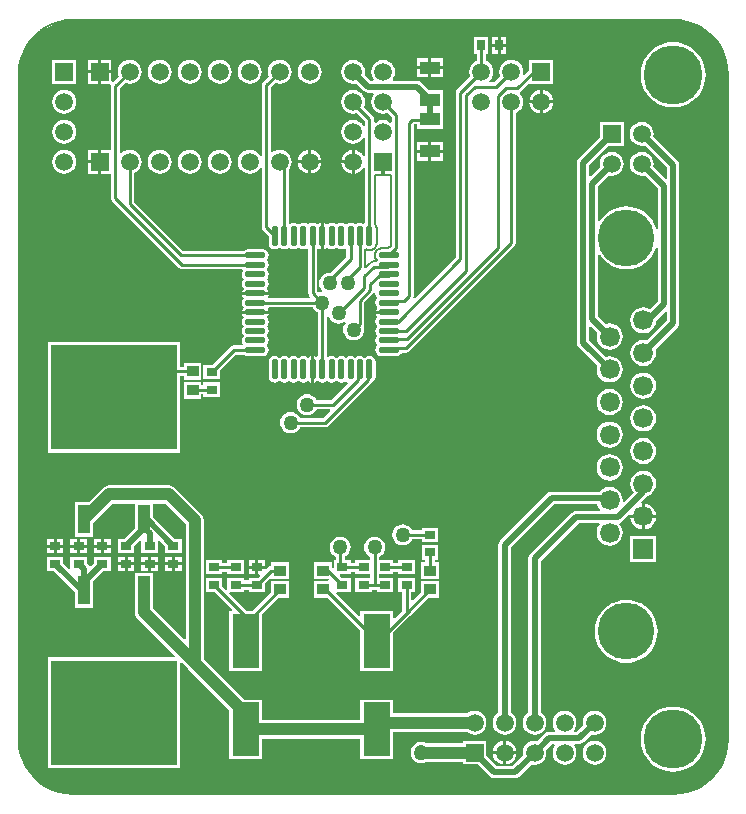
<source format=gtl>
%FSDAX24Y24*%
%MOIN*%
%SFA1B1*%

%IPPOS*%
%ADD10R,0.027600X0.035400*%
%ADD11R,0.035400X0.027600*%
%ADD12R,0.066900X0.043300*%
%ADD13R,0.090600X0.179100*%
%ADD14R,0.041300X0.094500*%
%ADD15R,0.419300X0.350400*%
%ADD16R,0.039400X0.037400*%
%ADD17O,0.068900X0.021700*%
%ADD18O,0.021700X0.068900*%
%ADD19C,0.020000*%
%ADD20C,0.010000*%
%ADD21C,0.040000*%
%ADD22C,0.059100*%
%ADD23R,0.059100X0.059100*%
%ADD24R,0.059100X0.059100*%
%ADD25C,0.189000*%
%ADD26C,0.066500*%
%ADD27R,0.066500X0.066500*%
%ADD28C,0.050000*%
%ADD29C,0.196900*%
%ADD33C,0.005000*%
%ADD53C,0.080000*%
%ADD54C,0.160000*%
%ADD55C,0.320000*%
%LNmetr4810_pcb_b_layout-1*%
%LPD*%
G54D33*
X000237Y023958D02*
X000472Y023911D01*
X000698Y023834*
X000911Y023729*
X001110Y023597*
X001289Y023439*
X001447Y023260*
X001579Y023061*
X001684Y022848*
X001761Y022622*
X001808Y022387*
X001822Y022157*
X001822Y022151*
Y-000001*
X001822Y-000007*
X001808Y-000237*
X001761Y-000472*
X001684Y-000698*
X001579Y-000911*
X001447Y-001110*
X001289Y-001289*
X001110Y-001447*
X000911Y-001579*
X000698Y-001684*
X000472Y-001761*
X000237Y-001808*
X000007Y-001822*
X000001Y-001822*
X-020001*
X-020007Y-001822*
X-020237Y-001808*
X-020472Y-001761*
X-020698Y-001684*
X-020911Y-001579*
X-021110Y-001447*
X-021289Y-001289*
X-021447Y-001110*
X-021579Y-000911*
X-021684Y-000698*
X-021761Y-000472*
X-021808Y-000237*
X-021822Y-000007*
X-021822Y-000001*
Y022151*
X-021822Y022157*
X-021808Y022387*
X-021761Y022622*
X-021684Y022848*
X-021579Y023061*
X-021447Y023260*
X-021289Y023439*
X-021110Y023597*
X-020911Y023729*
X-020698Y023834*
X-020472Y023911*
X-020237Y023958*
X-020007Y023972*
X-020001Y023972*
X000001*
X000007Y023972*
X000237Y023958*
G54D20*
X000231Y023908D02*
X000459Y023863D01*
X000679Y023788*
X000886Y023685*
X001080Y023557*
X001253Y023403*
X001407Y023230*
X001535Y023036*
X001638Y022829*
X001713Y022609*
X001758Y022381*
X001772Y022159*
X001772Y022155*
Y-000005*
X001772Y-000009*
X001758Y-000231*
X001713Y-000459*
X001638Y-000679*
X001535Y-000886*
X001407Y-001080*
X001253Y-001253*
X001080Y-001407*
X000886Y-001535*
X000679Y-001638*
X000459Y-001713*
X000231Y-001758*
X000009Y-001772*
X000005Y-001772*
X-020005*
X-020009Y-001772*
X-020231Y-001758*
X-020459Y-001713*
X-020679Y-001638*
X-020886Y-001535*
X-021080Y-001407*
X-021253Y-001253*
X-021407Y-001080*
X-021535Y-000886*
X-021638Y-000679*
X-021713Y-000459*
X-021758Y-000231*
X-021772Y-000009*
X-021772Y-000005*
Y022155*
X-021772Y022159*
X-021758Y022381*
X-021713Y022609*
X-021638Y022829*
X-021535Y023036*
X-021407Y023230*
X-021253Y023403*
X-021080Y023557*
X-020886Y023685*
X-020679Y023788*
X-020459Y023863*
X-020231Y023908*
X-020009Y023922*
X-020005Y023922*
X000005*
X000009Y023922*
X000231Y023908*
G54D19*
X000218Y023809D02*
X000433Y023766D01*
X000640Y023696*
X000836Y023599*
X001019Y023477*
X001183Y023333*
X001327Y023169*
X001449Y022986*
X001546Y022790*
X001616Y022583*
X001659Y022368*
X001672Y022163*
X001672Y022162*
Y-000012*
X001672Y-000013*
X001659Y-000218*
X001616Y-000433*
X001546Y-000640*
X001449Y-000836*
X001327Y-001019*
X001183Y-001183*
X001019Y-001327*
X000836Y-001449*
X000640Y-001546*
X000433Y-001616*
X000218Y-001659*
X000013Y-001672*
X000012Y-001672*
X-020012*
X-020013Y-001672*
X-020218Y-001659*
X-020433Y-001616*
X-020640Y-001546*
X-020836Y-001449*
X-021019Y-001327*
X-021183Y-001183*
X-021327Y-001019*
X-021449Y-000836*
X-021546Y-000640*
X-021616Y-000433*
X-021659Y-000218*
X-021672Y-000013*
X-021672Y-000012*
Y022162*
X-021672Y022163*
X-021659Y022368*
X-021616Y022583*
X-021546Y022790*
X-021449Y022986*
X-021327Y023169*
X-021183Y023333*
X-021019Y023477*
X-020836Y023599*
X-020640Y023696*
X-020433Y023766*
X-020218Y023809*
X-020013Y023822*
X-020012Y023822*
X000012*
X000013Y023822*
X000218Y023809*
G54D21*
X000192Y023610D02*
X000381Y023572D01*
X000563Y023510*
X000736Y023425*
X000897Y023318*
X001041Y023191*
X001168Y023047*
X001275Y022886*
X001360Y022713*
X001422Y022531*
X001460Y022342*
X001471Y022170*
X001472Y022175*
Y-000025*
X001471Y-000020*
X001460Y-000192*
X001422Y-000381*
X001360Y-000563*
X001275Y-000736*
X001168Y-000897*
X001041Y-001041*
X000897Y-001168*
X000736Y-001275*
X000563Y-001360*
X000381Y-001422*
X000192Y-001460*
X000020Y-001471*
X000025Y-001472*
X-020025*
X-020020Y-001471*
X-020192Y-001460*
X-020381Y-001422*
X-020563Y-001360*
X-020736Y-001275*
X-020897Y-001168*
X-021041Y-001041*
X-021168Y-000897*
X-021275Y-000736*
X-021360Y-000563*
X-021422Y-000381*
X-021460Y-000192*
X-021471Y-000020*
X-021472Y-000025*
Y022175*
X-021471Y022170*
X-021460Y022342*
X-021422Y022531*
X-021360Y022713*
X-021275Y022886*
X-021168Y023047*
X-021041Y023191*
X-020897Y023318*
X-020736Y023425*
X-020563Y023510*
X-020381Y023572*
X-020192Y023610*
X-020020Y023621*
X-020025Y023622*
X000025*
X000020Y023621*
X000192Y023610*
G54D53*
X000140Y023212D02*
X000278Y023185D01*
X000409Y023140*
X000536Y023078*
X000652Y023000*
X000757Y022907*
X000850Y022802*
X000928Y022686*
X000990Y022559*
X001035Y022428*
X001062Y022290*
X001327Y018161*
X001072Y016289*
Y005860*
X001327Y003988*
X001062Y-000140*
X001035Y-000278*
X000990Y-000409*
X000928Y-000536*
X000850Y-000652*
X000757Y-000757*
X000652Y-000850*
X000536Y-000928*
X000409Y-000990*
X000278Y-001035*
X000140Y-001062*
X-003988Y-001327*
X-005860Y-001072*
X-014139*
X-016011Y-001327*
X-020140Y-001062*
X-020278Y-001035*
X-020409Y-000990*
X-020536Y-000928*
X-020652Y-000850*
X-020757Y-000757*
X-020850Y-000652*
X-020928Y-000536*
X-020990Y-000409*
X-021035Y-000278*
X-021062Y-000140*
X-021327Y003988*
X-021072Y005860*
Y016289*
X-021327Y018161*
X-021062Y022290*
X-021035Y022428*
X-020990Y022559*
X-020928Y022686*
X-020850Y022802*
X-020757Y022907*
X-020652Y023000*
X-020536Y023078*
X-020409Y023140*
X-020278Y023185*
X-020140Y023212*
X-016011Y023477*
X-014139Y023222*
X-005860*
X-003988Y023477*
X000140Y023212*
G54D54*
X000037Y022417D02*
X000070Y022411D01*
X000101Y022400*
X000135Y022383*
X000164Y022364*
X000191Y022341*
X000214Y022314*
X000233Y022285*
X000250Y022251*
X000261Y022220*
X000267Y022187*
X000524Y018190*
X000271Y016344*
X000272Y005805*
X000524Y003959*
X000267Y-000037*
X000261Y-000070*
X000250Y-000101*
X000233Y-000135*
X000214Y-000164*
X000191Y-000191*
X000164Y-000214*
X000135Y-000233*
X000101Y-000250*
X000070Y-000261*
X000037Y-000267*
X-003959Y-000524*
X-005805Y-000272*
X-014194*
X-016040Y-000524*
X-020037Y-000267*
X-020070Y-000261*
X-020101Y-000250*
X-020135Y-000233*
X-020164Y-000214*
X-020191Y-000191*
X-020214Y-000164*
X-020233Y-000135*
X-020250Y-000101*
X-020261Y-000070*
X-020267Y-000037*
X-020524Y003959*
X-020272Y005805*
Y016344*
X-020524Y018190*
X-020267Y022187*
X-020261Y022220*
X-020250Y022251*
X-020233Y022285*
X-020214Y022314*
X-020191Y022341*
X-020164Y022364*
X-020135Y022383*
X-020101Y022400*
X-020070Y022411*
X-020037Y022417*
X-016040Y022674*
X-014194Y022422*
X-005805*
X-003959Y022674*
X000037Y022417*
G54D55*
X-000169Y020827D02*
X-000344Y020862D01*
X-000513Y020920*
X-000664Y020994*
X-000812Y021092*
X-000942Y021207*
X-001057Y021337*
X-001155Y021485*
X-001229Y021636*
X-001287Y021805*
X-001322Y021980*
X-001082Y018247*
X-001328Y016452*
X-001327Y005697*
X-001082Y003902*
X-001322Y000169*
X-001287Y000344*
X-001229Y000513*
X-001155Y000664*
X-001057Y000812*
X-000942Y000942*
X-000812Y001057*
X-000664Y001155*
X-000513Y001229*
X-000344Y001287*
X-000169Y001322*
X-003902Y001082*
X-005697Y001328*
X-014302*
X-016097Y001082*
X-019830Y001322*
X-019655Y001287*
X-019486Y001229*
X-019335Y001155*
X-019187Y001057*
X-019057Y000942*
X-018942Y000812*
X-018844Y000664*
X-018770Y000513*
X-018712Y000344*
X-018677Y000169*
X-018917Y003902*
X-018672Y005697*
Y016452*
X-018917Y018247*
X-018677Y021980*
X-018712Y021805*
X-018770Y021636*
X-018844Y021485*
X-018942Y021337*
X-019057Y021207*
X-019187Y021092*
X-019335Y020994*
X-019486Y020920*
X-019655Y020862*
X-019830Y020827*
X-016097Y021067*
X-014302Y020822*
X-005697*
X-003902Y021067*
X-000169Y020827*
X-018170Y001840D02*
Y020230D01*
X-014970Y001840D02*
Y020230D01*
X-011770Y001840D02*
Y020230D01*
X-008570Y001840D02*
Y020230D01*
X-005370Y001840D02*
Y020230D01*
X-002170Y001840D02*
Y020230D01*
G54D33*
X-009696Y018773D02*
X-009451D01*
Y016472*
X-009511Y016412*
X-009719*
X-009822Y016391*
X-009916Y016329*
X-009978Y016235*
X-010000Y016125*
X-009978Y016014*
X-009947Y015967*
X-009938Y015981*
X-009987*
X-010067Y015964*
X-010135Y015919*
X-010259Y015795*
X-010205Y015768*
X-010212Y015741*
Y016291*
X-010241Y016275*
X-010235Y016271*
X-010125Y016249*
X-010014Y016271*
X-009920Y016333*
X-009858Y016427*
X-009838Y016530*
Y017018*
X-009858Y017121*
X-009897Y017179*
Y018773*
X-009643*
Y019168*
X-009668Y019193*
X-009696Y018773*
X-010240Y015760D02*
Y016320D01*
X-010190Y015810D02*
Y016310D01*
X-010140Y015860D02*
Y016300D01*
X-010090Y015900D02*
Y016300D01*
X-010040Y015940D02*
Y016310D01*
X-009990Y015940D02*
Y016340D01*
X-009940Y015940D02*
Y016070D01*
Y016190D02*
Y016400D01*
Y017160D02*
Y018810D01*
X-009890Y016290D02*
Y018810D01*
X-009840Y016330D02*
Y018810D01*
X-009790Y016360D02*
Y018810D01*
X-009740Y016370D02*
Y018810D01*
X-009690Y016370D02*
Y019220D01*
X-009640Y016370D02*
Y018810D01*
X-009590Y016370D02*
Y018810D01*
X-009540Y016370D02*
Y018810D01*
X-009490Y016380D02*
Y018810D01*
X-009440Y016430D02*
Y018810D01*
%LNmetr4810_pcb_b_layout-2*%
%LPC*%
G36*
X-019536Y006389D02*
X-019763D01*
Y006201*
X-019536*
Y006389*
G37*
G36*
X-019863D02*
X-020090D01*
Y006201*
X-019863*
Y006389*
G37*
G36*
X-020323D02*
X-020550D01*
Y006201*
X-020323*
Y006389*
G37*
G36*
X-019863Y006676D02*
X-020090D01*
Y006489*
X-019863*
Y006676*
G37*
G36*
X-018748Y006389D02*
X-018975D01*
Y006201*
X-018748*
Y006389*
G37*
G36*
X-019075D02*
X-019302D01*
Y006201*
X-019075*
Y006389*
G37*
G36*
X-016713Y006086D02*
X-016940D01*
Y005898*
X-016713*
Y006086*
G37*
G36*
X-017173D02*
X-017400D01*
Y005898*
X-017173*
Y006086*
G37*
G36*
X-017500D02*
X-017728D01*
Y005898*
X-017500*
Y006086*
G37*
G36*
X-020650Y006389D02*
X-020877D01*
Y006201*
X-020650*
Y006389*
G37*
G36*
X-000568Y006766D02*
X-001433D01*
Y005900*
X-000568*
Y006766*
G37*
G36*
X-016386Y006086D02*
X-016613D01*
Y005898*
X-016386*
Y006086*
G37*
G36*
X-019075Y006676D02*
X-019302D01*
Y006489*
X-019075*
Y006676*
G37*
G36*
X-001001Y008951D02*
X-001114Y008936D01*
X-001219Y008892*
X-001309Y008823*
X-001379Y008732*
X-001422Y008627*
X-001437Y008514*
X-001422Y008401*
X-001379Y008296*
X-001320Y008219*
X-001642Y007897*
X-001689Y007920*
X-001682Y007969*
X-001697Y008082*
X-001741Y008187*
X-001810Y008277*
X-001901Y008347*
X-002006Y008390*
X-002119Y008405*
X-002232Y008390*
X-002337Y008347*
X-002427Y008277*
X-002446Y008254*
X-004050*
X-004128Y008238*
X-004194Y008194*
X-005766Y006623*
X-005810Y006556*
X-005825Y006478*
Y000897*
X-005903Y000837*
X-005967Y000754*
X-006007Y000658*
X-006020Y000555*
X-006007Y000452*
X-005967Y000356*
X-005903Y000273*
X-005821Y000210*
X-005725Y000170*
X-005622Y000156*
X-005518Y000170*
X-005422Y000210*
X-005340Y000273*
X-005276Y000356*
X-005236Y000452*
X-005223Y000555*
X-005236Y000658*
X-005276Y000754*
X-005340Y000837*
X-005418Y000897*
Y006394*
X-003966Y007846*
X-002536*
X-002497Y007751*
X-002431Y007665*
X-002439Y007627*
X-002443Y007615*
X-003239*
X-003317Y007599*
X-003383Y007555*
X-004766Y006173*
X-004810Y006106*
X-004825Y006028*
Y000897*
X-004903Y000837*
X-004967Y000754*
X-005007Y000658*
X-005020Y000555*
X-005007Y000452*
X-004967Y000356*
X-004903Y000273*
X-004821Y000210*
X-004725Y000170*
X-004622Y000156*
X-004518Y000170*
X-004422Y000210*
X-004340Y000273*
X-004276Y000356*
X-004236Y000452*
X-004223Y000555*
X-004236Y000658*
X-004276Y000754*
X-004340Y000837*
X-004418Y000897*
Y005944*
X-003155Y007207*
X-002475*
X-002450Y007157*
X-002497Y007097*
X-002540Y006991*
X-002555Y006878*
X-002540Y006765*
X-002497Y006660*
X-002427Y006570*
X-002337Y006500*
X-002232Y006457*
X-002119Y006442*
X-002006Y006457*
X-001901Y006500*
X-001810Y006570*
X-001741Y006660*
X-001697Y006765*
X-001682Y006878*
X-001697Y006991*
X-001741Y007097*
X-001794Y007165*
X-001775Y007220*
X-001761Y007223*
X-001695Y007267*
X-001480Y007482*
X-001464Y007474*
X-001051*
Y007887*
X-001059Y007903*
X-000857Y008105*
X-000856Y008106*
X-000783Y008136*
X-000692Y008206*
X-000623Y008296*
X-000579Y008401*
X-000564Y008514*
X-000579Y008627*
X-000623Y008732*
X-000692Y008823*
X-000783Y008892*
X-000888Y008936*
X-001001Y008951*
G37*
G36*
X-000951Y007853D02*
Y007474D01*
X-000571*
X-000579Y007537*
X-000623Y007642*
X-000692Y007732*
X-000783Y007802*
X-000888Y007845*
X-000951Y007853*
G37*
G36*
X-000571Y007374D02*
X-000951D01*
Y006994*
X-000888Y007002*
X-000783Y007046*
X-000692Y007115*
X-000623Y007205*
X-000579Y007311*
X-000571Y007374*
G37*
G36*
X-002119Y010586D02*
X-002232Y010572D01*
X-002337Y010528*
X-002427Y010459*
X-002497Y010368*
X-002540Y010263*
X-002555Y010150*
X-002540Y010037*
X-002497Y009932*
X-002427Y009841*
X-002337Y009772*
X-002232Y009728*
X-002119Y009714*
X-002006Y009728*
X-001901Y009772*
X-001810Y009841*
X-001741Y009932*
X-001697Y010037*
X-001682Y010150*
X-001697Y010263*
X-001741Y010368*
X-001810Y010459*
X-001901Y010528*
X-002006Y010572*
X-002119Y010586*
G37*
G36*
X-001001Y010041D02*
X-001114Y010026D01*
X-001219Y009983*
X-001309Y009913*
X-001379Y009823*
X-001422Y009718*
X-001437Y009605*
X-001422Y009492*
X-001379Y009387*
X-001309Y009296*
X-001219Y009227*
X-001114Y009183*
X-001001Y009168*
X-000888Y009183*
X-000783Y009227*
X-000692Y009296*
X-000623Y009387*
X-000579Y009492*
X-000564Y009605*
X-000579Y009718*
X-000623Y009823*
X-000692Y009913*
X-000783Y009983*
X-000888Y010026*
X-001001Y010041*
G37*
G36*
X-002119Y009496D02*
X-002232Y009481D01*
X-002337Y009437*
X-002427Y009368*
X-002497Y009278*
X-002540Y009172*
X-002555Y009059*
X-002540Y008946*
X-002497Y008841*
X-002427Y008751*
X-002337Y008682*
X-002232Y008638*
X-002119Y008623*
X-002006Y008638*
X-001901Y008682*
X-001810Y008751*
X-001741Y008841*
X-001697Y008946*
X-001682Y009059*
X-001697Y009172*
X-001741Y009278*
X-001810Y009368*
X-001901Y009437*
X-002006Y009481*
X-002119Y009496*
G37*
G36*
X-018748Y006676D02*
X-018975D01*
Y006489*
X-018748*
Y006676*
G37*
G36*
X-020323D02*
X-020550D01*
Y006489*
X-020323*
Y006676*
G37*
G36*
X-020650D02*
X-020877D01*
Y006489*
X-020650*
Y006676*
G37*
G36*
X-001051Y007374D02*
X-001431D01*
X-001422Y007311*
X-001379Y007205*
X-001309Y007115*
X-001219Y007046*
X-001114Y007002*
X-001051Y006994*
Y007374*
G37*
G36*
X-009014Y007167D02*
X-009106Y007155D01*
X-009191Y007120*
X-009264Y007064*
X-009320Y006991*
X-009355Y006906*
X-009367Y006814*
X-009355Y006723*
X-009320Y006638*
X-009264Y006565*
X-009191Y006509*
X-009106Y006473*
X-009014Y006461*
X-008923Y006473*
X-008838Y006509*
X-008765Y006565*
X-008709Y006638*
X-008699Y006661*
X-008377*
Y006577*
X-007823*
Y007052*
X-008377*
Y006967*
X-008699*
X-008709Y006991*
X-008765Y007064*
X-008838Y007120*
X-008923Y007155*
X-009014Y007167*
G37*
G36*
X-019536Y006676D02*
X-019763D01*
Y006489*
X-019536*
Y006676*
G37*
G36*
X-016808Y008460D02*
X-018800D01*
X-018878Y008450*
X-018951Y008420*
X-019014Y008372*
X-019487Y007899*
X-019938*
Y006754*
X-019325*
Y007205*
X-018675Y007855*
X-017938*
Y007027*
X-018288Y006676*
X-018515*
Y006201*
X-017961*
Y006427*
X-017774Y006614*
X-017728Y006595*
Y006201*
X-017173*
Y006595*
X-017127Y006614*
X-016940Y006427*
Y006201*
X-016386*
Y006676*
X-016612*
X-017325Y007389*
Y007855*
X-016933*
X-016253Y007175*
Y003346*
X-016299Y003327*
X-017315Y004342*
X-017325Y004388*
Y005533*
X-017938*
Y004388*
X-017934*
Y004232*
X-017924Y004153*
X-017894Y004080*
X-017846Y004018*
X-016612Y002784*
X-016631Y002738*
X-020828*
Y-000966*
X-016435*
Y002542*
X-016389Y002561*
X-016164Y002336*
X-014803Y000975*
Y-000671*
X-013697*
Y000022*
X-010431*
Y-000671*
X-009326*
Y000253*
X-006877*
X-006821Y000210*
X-006725Y000170*
X-006622Y000156*
X-006518Y000170*
X-006422Y000210*
X-006340Y000273*
X-006276Y000356*
X-006236Y000452*
X-006223Y000555*
X-006236Y000658*
X-006276Y000754*
X-006340Y000837*
X-006422Y000900*
X-006518Y000940*
X-006622Y000954*
X-006725Y000940*
X-006821Y000900*
X-006877Y000858*
X-009326*
Y001320*
X-010431*
Y000627*
X-013697*
Y001320*
X-014293*
X-015647Y002675*
Y007300*
X-015658Y007378*
X-015688Y007451*
X-015736Y007514*
X-016594Y008372*
X-016656Y008420*
X-016729Y008450*
X-016808Y008460*
G37*
G36*
X-001560Y004639D02*
X-001724Y004626D01*
X-001884Y004588*
X-002036Y004525*
X-002176Y004439*
X-002301Y004332*
X-002408Y004207*
X-002494Y004067*
X-002557Y003915*
X-002595Y003755*
X-002608Y003591*
X-002595Y003427*
X-002557Y003267*
X-002494Y003115*
X-002408Y002975*
X-002301Y002850*
X-002176Y002743*
X-002036Y002657*
X-001884Y002594*
X-001724Y002556*
X-001560Y002543*
X-001396Y002556*
X-001236Y002594*
X-001084Y002657*
X-000944Y002743*
X-000819Y002850*
X-000712Y002975*
X-000626Y003115*
X-000563Y003267*
X-000525Y003427*
X-000512Y003591*
X-000525Y003755*
X-000563Y003915*
X-000626Y004067*
X-000712Y004207*
X-000819Y004332*
X-000944Y004439*
X-001084Y004525*
X-001236Y004588*
X-001396Y004626*
X-001560Y004639*
G37*
G36*
X-002622Y000954D02*
X-002725Y000940D01*
X-002821Y000900*
X-002903Y000837*
X-002967Y000754*
X-003007Y000658*
X-003020Y000555*
X-003007Y000458*
X-003211Y000254*
X-003291*
X-003316Y000304*
X-003276Y000356*
X-003236Y000452*
X-003223Y000555*
X-003236Y000658*
X-003276Y000754*
X-003340Y000837*
X-003422Y000900*
X-003518Y000940*
X-003622Y000954*
X-003725Y000940*
X-003821Y000900*
X-003903Y000837*
X-003967Y000754*
X-004007Y000658*
X-004020Y000555*
X-004007Y000452*
X-003967Y000356*
X-003927Y000304*
X-003952Y000254*
X-004126*
X-004204Y000239*
X-004270Y000195*
X-004524Y-000059*
X-004622Y-000046*
X-004725Y-000060*
X-004821Y-000100*
X-004903Y-000163*
X-004967Y-000246*
X-005007Y-000342*
X-005020Y-000445*
X-005007Y-000542*
X-005361Y-000896*
X-005882*
X-006226Y-000552*
Y-000050*
X-007017*
Y-000142*
X-008219*
X-008223Y-000139*
X-008309Y-000104*
X-008400Y-000092*
X-008491Y-000104*
X-008577Y-000139*
X-008650Y-000195*
X-008706Y-000268*
X-008741Y-000354*
X-008753Y-000445*
X-008741Y-000536*
X-008706Y-000621*
X-008650Y-000695*
X-008577Y-000751*
X-008491Y-000786*
X-008400Y-000798*
X-008309Y-000786*
X-008223Y-000751*
X-008219Y-000747*
X-007017*
Y-000840*
X-006515*
X-006111Y-001244*
X-006044Y-001288*
X-005966Y-001304*
X-005277*
X-005199Y-001288*
X-005132Y-001244*
X-004719Y-000831*
X-004622Y-000844*
X-004518Y-000830*
X-004422Y-000790*
X-004340Y-000727*
X-004276Y-000644*
X-004236Y-000548*
X-004223Y-000445*
X-004236Y-000347*
X-004042Y-000154*
X-003959*
X-003935Y-000204*
X-003967Y-000246*
X-004007Y-000342*
X-004020Y-000445*
X-004007Y-000548*
X-003967Y-000644*
X-003903Y-000727*
X-003821Y-000790*
X-003725Y-000830*
X-003622Y-000844*
X-003518Y-000830*
X-003422Y-000790*
X-003340Y-000727*
X-003276Y-000644*
X-003236Y-000548*
X-003223Y-000445*
X-003236Y-000342*
X-003276Y-000246*
X-003309Y-000204*
X-003284Y-000154*
X-003126*
X-003048Y-000138*
X-002982Y-000094*
X-002719Y000169*
X-002622Y000156*
X-002518Y000170*
X-002422Y000210*
X-002340Y000273*
X-002276Y000356*
X-002236Y000452*
X-002223Y000555*
X-002236Y000658*
X-002276Y000754*
X-002340Y000837*
X-002422Y000900*
X-002518Y000940*
X-002622Y000954*
G37*
G36*
X-013925Y005680D02*
X-014152D01*
Y005492*
X-013925*
Y005680*
G37*
G36*
X-015023Y005968D02*
X-015577D01*
Y005492*
X-015023*
Y005577*
X-014865*
Y005492*
X-014310*
Y005968*
X-014865*
Y005883*
X-015023*
Y005968*
G37*
G36*
X-007823Y006462D02*
X-008377D01*
Y005986*
X-008260*
Y005909*
X-008404*
Y005335*
X-007810*
Y005909*
X-007954*
Y005986*
X-007823*
Y006462*
G37*
G36*
X-005672Y-000495D02*
X-006014D01*
X-006007Y-000548*
X-005967Y-000644*
X-005903Y-000727*
X-005821Y-000790*
X-005725Y-000830*
X-005672Y-000837*
Y-000495*
G37*
G36*
X-002622Y-000046D02*
X-002725Y-000060D01*
X-002821Y-000100*
X-002903Y-000163*
X-002967Y-000246*
X-003007Y-000342*
X-003020Y-000445*
X-003007Y-000548*
X-002967Y-000644*
X-002903Y-000727*
X-002821Y-000790*
X-002725Y-000830*
X-002622Y-000844*
X-002518Y-000830*
X-002422Y-000790*
X-002340Y-000727*
X-002276Y-000644*
X-002236Y-000548*
X-002223Y-000445*
X-002236Y-000342*
X-002276Y-000246*
X-002340Y-000163*
X-002422Y-000100*
X-002518Y-000060*
X-002622Y-000046*
G37*
G36*
X000000Y001088D02*
X-000170Y001074D01*
X-000336Y001034*
X-000494Y000969*
X-000639Y000880*
X-000769Y000769*
X-000880Y000639*
X-000969Y000494*
X-001034Y000336*
X-001074Y000170*
X-001088Y000000*
X-001074Y-000170*
X-001034Y-000336*
X-000969Y-000494*
X-000880Y-000639*
X-000769Y-000769*
X-000639Y-000880*
X-000494Y-000969*
X-000336Y-001034*
X-000170Y-001074*
X000000Y-001088*
X000170Y-001074*
X000336Y-001034*
X000494Y-000969*
X000639Y-000880*
X000769Y-000769*
X000880Y-000639*
X000969Y-000494*
X001034Y-000336*
X001074Y-000170*
X001088Y000000*
X001074Y000170*
X001034Y000336*
X000969Y000494*
X000880Y000639*
X000769Y000769*
X000639Y000880*
X000494Y000969*
X000336Y001034*
X000170Y001074*
X000000Y001088*
G37*
G36*
X-005572Y-000053D02*
Y-000395D01*
X-005229*
X-005236Y-000342*
X-005276Y-000246*
X-005340Y-000163*
X-005422Y-000100*
X-005518Y-000060*
X-005572Y-000053*
G37*
G36*
X-005672D02*
X-005725Y-000060D01*
X-005821Y-000100*
X-005903Y-000163*
X-005967Y-000246*
X-006007Y-000342*
X-006014Y-000395*
X-005672*
Y-000053*
G37*
G36*
X-005229Y-000495D02*
X-005572D01*
Y-000837*
X-005518Y-000830*
X-005422Y-000790*
X-005340Y-000727*
X-005276Y-000644*
X-005236Y-000548*
X-005229Y-000495*
G37*
G36*
X-018288Y005798D02*
X-018515D01*
Y005610*
X-018288*
Y005798*
G37*
G36*
X-013598Y005968D02*
X-013825D01*
Y005780*
X-013598*
Y005968*
G37*
G36*
X-013925D02*
X-014152D01*
Y005780*
X-013925*
Y005968*
G37*
G36*
X-018748Y006086D02*
X-019302D01*
Y005859*
X-019400Y005762*
X-019461Y005772*
X-019487Y005811*
X-019536Y005859*
Y006086*
X-020090*
Y005692*
X-020136Y005672*
X-020323Y005859*
Y006086*
X-020877*
Y005610*
X-020651*
X-019938Y004898*
Y004388*
X-019325*
Y005260*
X-018975Y005610*
X-018748*
Y006086*
G37*
G36*
X-017961D02*
X-018188D01*
Y005898*
X-017961*
Y006086*
G37*
G36*
X-018288D02*
X-018515D01*
Y005898*
X-018288*
Y006086*
G37*
G36*
X-009950Y006753D02*
X-010041Y006741D01*
X-010127Y006706*
X-010200Y006650*
X-010256Y006577*
X-010291Y006491*
X-010303Y006400*
X-010291Y006309*
X-010256Y006223*
X-010200Y006150*
X-010127Y006094*
X-010103Y006085*
Y005968*
X-010590*
Y005883*
X-010748*
Y005968*
X-010947*
Y006085*
X-010923Y006094*
X-010850Y006150*
X-010794Y006223*
X-010759Y006309*
X-010747Y006400*
X-010759Y006491*
X-010794Y006577*
X-010850Y006650*
X-010923Y006706*
X-011009Y006741*
X-011100Y006753*
X-011191Y006741*
X-011277Y006706*
X-011350Y006650*
X-011406Y006577*
X-011441Y006491*
X-011453Y006400*
X-011441Y006309*
X-011406Y006223*
X-011350Y006150*
X-011277Y006094*
X-011253Y006085*
Y005968*
X-011303*
Y005731*
X-011353Y005706*
X-011372Y005721*
Y005909*
X-011966*
Y005335*
X-011477*
X-011473Y005329*
X-011500Y005279*
X-011966*
Y004705*
X-011522*
X-010431Y003614*
Y002282*
X-009326*
Y003557*
X-008780Y004102*
X-008178Y004705*
X-007810*
Y005279*
X-008404*
Y004911*
X-008689Y004626*
X-008735Y004645*
Y004902*
X-008611*
Y005377*
X-009165*
Y004902*
X-009041*
Y004274*
X-009280Y004035*
X-009326Y004055*
Y004273*
X-010431*
Y004112*
X-010477Y004093*
X-011240Y004855*
X-011221Y004902*
X-010748*
Y005377*
X-011047*
X-011116Y005446*
X-011097Y005492*
X-010748*
Y005577*
X-010590*
Y005492*
X-010103*
Y005377*
X-010590*
Y004902*
X-010036*
Y004987*
X-009878*
Y004902*
X-009323*
Y005377*
X-009797*
Y005492*
X-009323*
Y005577*
X-009165*
Y005492*
X-008611*
Y005968*
X-009165*
Y005883*
X-009323*
Y005968*
X-009797*
Y006085*
X-009773Y006094*
X-009700Y006150*
X-009644Y006223*
X-009609Y006309*
X-009597Y006400*
X-009609Y006491*
X-009644Y006577*
X-009700Y006650*
X-009773Y006706*
X-009859Y006741*
X-009950Y006753*
G37*
G36*
X-017173Y005798D02*
X-017400D01*
Y005610*
X-017173*
Y005798*
G37*
G36*
X-017500D02*
X-017728D01*
Y005610*
X-017500*
Y005798*
G37*
G36*
X-017961D02*
X-018188D01*
Y005610*
X-017961*
Y005798*
G37*
G36*
X-012803Y005909D02*
X-013397D01*
Y005774*
X-013451Y005763*
X-013501Y005730*
X-013552Y005679*
X-013554Y005680*
X-013825*
Y005492*
X-013804*
X-013785Y005446*
X-013854Y005377*
X-014152*
Y005292*
X-014310*
Y005377*
X-014865*
Y004986*
X-014911Y004967*
X-015023Y005079*
Y005377*
X-015577*
Y004902*
X-015278*
X-014696Y004319*
X-014715Y004273*
X-014803*
Y002282*
X-013697*
Y004178*
X-013171Y004705*
X-012803*
Y005279*
X-013397*
Y004911*
X-014035Y004273*
X-014217*
X-014800Y004855*
X-014781Y004902*
X-014310*
Y004987*
X-014152*
Y004902*
X-013598*
Y005200*
X-013443Y005355*
X-013397Y005336*
Y005335*
X-012803*
Y005909*
G37*
G36*
X-016386Y005798D02*
X-016613D01*
Y005610*
X-016386*
Y005798*
G37*
G36*
X-016713D02*
X-016940D01*
Y005610*
X-016713*
Y005798*
G37*
G36*
X-001001Y011132D02*
X-001114Y011117D01*
X-001219Y011073*
X-001309Y011004*
X-001379Y010913*
X-001422Y010808*
X-001437Y010695*
X-001422Y010582*
X-001379Y010477*
X-001309Y010387*
X-001219Y010317*
X-001114Y010274*
X-001001Y010259*
X-000888Y010274*
X-000783Y010317*
X-000692Y010387*
X-000623Y010477*
X-000579Y010582*
X-000564Y010695*
X-000579Y010808*
X-000623Y010913*
X-000692Y011004*
X-000783Y011073*
X-000888Y011117*
X-001001Y011132*
G37*
G36*
X-016118Y022649D02*
X-016221Y022635D01*
X-016317Y022595*
X-016400Y022532*
X-016463Y022449*
X-016503Y022353*
X-016517Y022250*
X-016503Y022147*
X-016463Y022051*
X-016400Y021968*
X-016317Y021905*
X-016221Y021865*
X-016118Y021851*
X-016015Y021865*
X-015919Y021905*
X-015836Y021968*
X-015773Y022051*
X-015733Y022147*
X-015719Y022250*
X-015733Y022353*
X-015773Y022449*
X-015836Y022532*
X-015919Y022595*
X-016015Y022635*
X-016118Y022649*
G37*
G36*
X-017118D02*
X-017221Y022635D01*
X-017317Y022595*
X-017400Y022532*
X-017463Y022449*
X-017503Y022353*
X-017517Y022250*
X-017503Y022147*
X-017463Y022051*
X-017400Y021968*
X-017317Y021905*
X-017221Y021865*
X-017118Y021851*
X-017015Y021865*
X-016919Y021905*
X-016836Y021968*
X-016773Y022051*
X-016733Y022147*
X-016719Y022250*
X-016733Y022353*
X-016773Y022449*
X-016836Y022532*
X-016919Y022595*
X-017015Y022635*
X-017118Y022649*
G37*
G36*
X-004350Y021642D02*
Y021300D01*
X-004008*
X-004015Y021353*
X-004055Y021449*
X-004118Y021532*
X-004201Y021595*
X-004297Y021635*
X-004350Y021642*
G37*
G36*
X-012118Y022649D02*
X-012221Y022635D01*
X-012317Y022595*
X-012400Y022532*
X-012463Y022449*
X-012503Y022353*
X-012517Y022250*
X-012503Y022147*
X-012463Y022051*
X-012400Y021968*
X-012317Y021905*
X-012221Y021865*
X-012118Y021851*
X-012015Y021865*
X-011919Y021905*
X-011836Y021968*
X-011773Y022051*
X-011733Y022147*
X-011719Y022250*
X-011733Y022353*
X-011773Y022449*
X-011836Y022532*
X-011919Y022595*
X-012015Y022635*
X-012118Y022649*
G37*
G36*
X-014118D02*
X-014221Y022635D01*
X-014317Y022595*
X-014400Y022532*
X-014463Y022449*
X-014503Y022353*
X-014517Y022250*
X-014503Y022147*
X-014463Y022051*
X-014400Y021968*
X-014317Y021905*
X-014221Y021865*
X-014118Y021851*
X-014015Y021865*
X-013919Y021905*
X-013836Y021968*
X-013773Y022051*
X-013733Y022147*
X-013719Y022250*
X-013733Y022353*
X-013773Y022449*
X-013836Y022532*
X-013919Y022595*
X-014015Y022635*
X-014118Y022649*
G37*
G36*
X-015118D02*
X-015221Y022635D01*
X-015317Y022595*
X-015400Y022532*
X-015463Y022449*
X-015503Y022353*
X-015517Y022250*
X-015503Y022147*
X-015463Y022051*
X-015400Y021968*
X-015317Y021905*
X-015221Y021865*
X-015118Y021851*
X-015015Y021865*
X-014919Y021905*
X-014836Y021968*
X-014773Y022051*
X-014733Y022147*
X-014719Y022250*
X-014733Y022353*
X-014773Y022449*
X-014836Y022532*
X-014919Y022595*
X-015015Y022635*
X-015118Y022649*
G37*
G36*
X-004450Y021200D02*
X-004792D01*
X-004785Y021147*
X-004745Y021051*
X-004682Y020968*
X-004599Y020905*
X-004503Y020865*
X-004450Y020858*
Y021200*
G37*
G36*
X-020297Y021649D02*
X-020400Y021635D01*
X-020496Y021595*
X-020579Y021532*
X-020642Y021449*
X-020682Y021353*
X-020696Y021250*
X-020682Y021147*
X-020642Y021051*
X-020579Y020968*
X-020496Y020905*
X-020400Y020865*
X-020297Y020851*
X-020194Y020865*
X-020098Y020905*
X-020015Y020968*
X-019952Y021051*
X-019912Y021147*
X-019898Y021250*
X-019912Y021353*
X-019952Y021449*
X-020015Y021532*
X-020098Y021595*
X-020194Y021635*
X-020297Y021649*
G37*
G36*
X-006157Y023403D02*
X-006633D01*
Y022849*
X-006548*
Y022616*
X-006599Y022595*
X-006682Y022532*
X-006745Y022449*
X-006785Y022353*
X-006799Y022250*
X-006785Y022147*
X-006766Y022100*
X-007208Y021658*
X-007241Y021609*
X-007253Y021550*
Y016073*
X-008615Y014710*
X-008624Y014714*
X-008657Y014740*
X-008647Y014788*
Y020487*
X-008637Y020497*
X-008553*
Y020351*
X-007683*
Y020984*
Y021002*
Y021635*
X-008147*
X-008404Y021892*
X-008470Y021937*
X-008548Y021952*
X-009330*
X-009355Y022002*
X-009323Y022044*
X-009283Y022140*
X-009269Y022243*
X-009283Y022347*
X-009323Y022443*
X-009386Y022525*
X-009469Y022589*
X-009565Y022629*
X-009668Y022642*
X-009771Y022629*
X-009867Y022589*
X-009950Y022525*
X-010013Y022443*
X-010053Y022347*
X-010067Y022243*
X-010053Y022140*
X-010013Y022044*
X-009981Y022002*
X-010006Y021952*
X-010088*
X-010282Y022146*
X-010269Y022243*
X-010283Y022347*
X-010323Y022443*
X-010386Y022525*
X-010469Y022589*
X-010565Y022629*
X-010668Y022642*
X-010771Y022629*
X-010867Y022589*
X-010950Y022525*
X-011013Y022443*
X-011053Y022347*
X-011067Y022243*
X-011053Y022140*
X-011013Y022044*
X-010950Y021962*
X-010867Y021898*
X-010771Y021858*
X-010668Y021845*
X-010571Y021858*
X-010317Y021604*
X-010251Y021560*
X-010173Y021544*
X-009999*
X-009974Y021494*
X-010013Y021443*
X-010053Y021347*
X-010067Y021243*
X-010053Y021140*
X-010013Y021044*
X-009950Y020962*
X-009867Y020898*
X-009771Y020858*
X-009668Y020845*
X-009565Y020858*
X-009519Y020878*
X-009376Y020735*
Y020580*
X-009426Y020556*
X-009469Y020589*
X-009565Y020629*
X-009668Y020642*
X-009771Y020629*
X-009867Y020589*
X-009922Y020547*
X-009972Y020571*
Y020675*
X-009984Y020734*
X-010017Y020783*
X-010310Y021076*
X-010283Y021140*
X-010269Y021243*
X-010283Y021347*
X-010323Y021443*
X-010386Y021525*
X-010469Y021589*
X-010565Y021629*
X-010668Y021642*
X-010771Y021629*
X-010867Y021589*
X-010950Y021525*
X-011013Y021443*
X-011053Y021347*
X-011067Y021243*
X-011053Y021140*
X-011013Y021044*
X-010950Y020962*
X-010867Y020898*
X-010771Y020858*
X-010668Y020845*
X-010565Y020858*
X-010536Y020870*
X-010278Y020612*
Y020463*
X-010303Y020452*
X-010328Y020450*
X-010386Y020525*
X-010469Y020589*
X-010565Y020629*
X-010668Y020642*
X-010771Y020629*
X-010867Y020589*
X-010950Y020525*
X-011013Y020443*
X-011053Y020347*
X-011067Y020243*
X-011053Y020140*
X-011013Y020044*
X-010950Y019962*
X-010867Y019898*
X-010771Y019858*
X-010668Y019845*
X-010565Y019858*
X-010469Y019898*
X-010386Y019962*
X-010328Y020037*
X-010303Y020035*
X-010278Y020024*
Y019463*
X-010303Y019452*
X-010328Y019450*
X-010386Y019525*
X-010469Y019589*
X-010565Y019629*
X-010618Y019636*
Y019243*
Y018851*
X-010565Y018858*
X-010469Y018898*
X-010386Y018962*
X-010328Y019037*
X-010303Y019035*
X-010278Y019024*
Y017213*
X-010328Y017186*
X-010359Y017207*
X-010440Y017223*
X-010521Y017207*
X-010590Y017161*
X-010605*
X-010674Y017207*
X-010755Y017223*
X-010836Y017207*
X-010874Y017182*
X-010913Y017164*
X-010951Y017182*
X-010989Y017207*
X-011070Y017223*
X-011151Y017207*
X-011220Y017161*
X-011235*
X-011304Y017207*
X-011385Y017223*
X-011466Y017207*
X-011504Y017182*
X-011543Y017164*
X-011581Y017182*
X-011619Y017207*
X-011650Y017213*
Y016774*
Y016336*
X-011619Y016342*
X-011550Y016388*
X-011535*
X-011466Y016342*
X-011385Y016326*
X-011304Y016342*
X-011235Y016388*
X-011220*
X-011151Y016342*
X-011070Y016326*
X-010989Y016342*
X-010958Y016363*
X-010908Y016336*
Y016058*
X-011418Y015549*
X-011450Y015553*
X-011541Y015541*
X-011627Y015506*
X-011700Y015450*
X-011756Y015377*
X-011791Y015291*
X-011803Y015200*
X-011791Y015109*
X-011756Y015023*
X-011700Y014951*
Y014948*
X-011717Y014901*
X-011791Y014891*
X-011815Y014881*
X-011862Y014928*
Y016336*
X-011812Y016363*
X-011781Y016342*
X-011750Y016336*
Y016774*
Y017213*
X-011781Y017207*
X-011850Y017161*
X-011865*
X-011934Y017207*
X-012015Y017223*
X-012096Y017207*
X-012165Y017161*
X-012180*
X-012249Y017207*
X-012330Y017223*
X-012411Y017207*
X-012449Y017182*
X-012487Y017164*
X-012526Y017182*
X-012564Y017207*
X-012645Y017223*
X-012726Y017207*
X-012757Y017186*
X-012807Y017213*
Y019006*
X-012773Y019051*
X-012733Y019147*
X-012719Y019250*
X-012733Y019353*
X-012773Y019449*
X-012836Y019532*
X-012919Y019595*
X-013015Y019635*
X-013118Y019649*
X-013221Y019635*
X-013317Y019595*
X-013360Y019562*
X-013410Y019587*
Y021741*
X-013268Y021884*
X-013221Y021865*
X-013118Y021851*
X-013015Y021865*
X-012919Y021905*
X-012836Y021968*
X-012773Y022051*
X-012733Y022147*
X-012719Y022250*
X-012733Y022353*
X-012773Y022449*
X-012836Y022532*
X-012919Y022595*
X-013015Y022635*
X-013118Y022649*
X-013221Y022635*
X-013317Y022595*
X-013400Y022532*
X-013463Y022449*
X-013503Y022353*
X-013517Y022250*
X-013503Y022147*
X-013484Y022100*
X-013672Y021913*
X-013705Y021863*
X-013716Y021805*
Y019444*
X-013766Y019434*
X-013773Y019449*
X-013836Y019532*
X-013919Y019595*
X-014015Y019635*
X-014118Y019649*
X-014221Y019635*
X-014317Y019595*
X-014400Y019532*
X-014463Y019449*
X-014503Y019353*
X-014517Y019250*
X-014503Y019147*
X-014463Y019051*
X-014400Y018968*
X-014317Y018905*
X-014221Y018865*
X-014118Y018851*
X-014015Y018865*
X-013919Y018905*
X-013836Y018968*
X-013773Y019051*
X-013766Y019066*
X-013716Y019056*
Y017063*
X-013705Y017004*
X-013672Y016955*
X-013487Y016770*
Y016538*
X-013471Y016457*
X-013425Y016388*
X-013356Y016342*
X-013275Y016326*
X-013194Y016342*
X-013125Y016388*
X-013110*
X-013041Y016342*
X-012960Y016326*
X-012879Y016342*
X-012810Y016388*
X-012795*
X-012726Y016342*
X-012645Y016326*
X-012564Y016342*
X-012495Y016388*
X-012480*
X-012411Y016342*
X-012330Y016326*
X-012249Y016342*
X-012218Y016363*
X-012168Y016336*
Y014865*
X-012156Y014806*
X-012123Y014757*
X-012115Y014749*
X-012135Y014703*
X-013486*
X-013513Y014753*
X-013492Y014784*
X-013486Y014815*
X-013924*
X-014363*
X-014357Y014784*
X-014311Y014715*
Y014700*
X-014357Y014631*
X-014373Y014550*
X-014357Y014469*
X-014332Y014431*
X-014314Y014393*
X-014332Y014354*
X-014357Y014316*
X-014363Y014285*
X-013924*
X-013486*
X-013492Y014316*
X-013513Y014347*
X-013486Y014397*
X-012015*
X-012006Y014373*
X-011950Y014300*
X-011877Y014244*
X-011853Y014235*
Y012764*
X-011903Y012737*
X-011934Y012758*
X-011965Y012764*
Y012326*
Y011887*
X-011934Y011893*
X-011865Y011939*
X-011850*
X-011781Y011893*
X-011700Y011877*
X-011619Y011893*
X-011550Y011939*
X-011535*
X-011466Y011893*
X-011385Y011877*
X-011304Y011893*
X-011235Y011939*
X-011220*
X-011151Y011893*
X-011070Y011877*
X-010989Y011893*
X-010920Y011939*
X-010905*
X-010858Y011908*
X-010847Y011848*
X-011393Y011303*
X-011885*
X-011894Y011327*
X-011950Y011400*
X-012023Y011456*
X-012109Y011491*
X-012200Y011503*
X-012291Y011491*
X-012377Y011456*
X-012450Y011400*
X-012506Y011327*
X-012541Y011241*
X-012553Y011150*
X-012541Y011059*
X-012506Y010973*
X-012450Y010900*
X-012377Y010844*
X-012291Y010809*
X-012200Y010797*
X-012109Y010809*
X-012023Y010844*
X-011950Y010900*
X-011894Y010973*
X-011885Y010997*
X-011449*
X-011430Y010951*
X-011678Y010703*
X-012435*
X-012444Y010727*
X-012500Y010800*
X-012573Y010856*
X-012659Y010891*
X-012750Y010903*
X-012841Y010891*
X-012927Y010856*
X-013000Y010800*
X-013056Y010727*
X-013091Y010641*
X-013103Y010550*
X-013091Y010459*
X-013056Y010373*
X-013000Y010300*
X-012927Y010244*
X-012841Y010209*
X-012750Y010197*
X-012659Y010209*
X-012573Y010244*
X-012500Y010300*
X-012444Y010373*
X-012435Y010397*
X-011614*
X-011556Y010409*
X-011506Y010442*
X-010074Y011874*
X-010064Y011889*
X-010044Y011893*
X-009975Y011939*
X-009929Y012008*
X-009913Y012089*
Y012562*
X-009929Y012643*
X-009975Y012712*
X-010044Y012758*
X-010125Y012774*
X-010206Y012758*
X-010275Y012712*
X-010290*
X-010359Y012758*
X-010440Y012774*
X-010521Y012758*
X-010590Y012712*
X-010605*
X-010674Y012758*
X-010755Y012774*
X-010836Y012758*
X-010905Y012712*
X-010920*
X-010989Y012758*
X-011070Y012774*
X-011151Y012758*
X-011220Y012712*
X-011235*
X-011304Y012758*
X-011385Y012774*
X-011466Y012758*
X-011497Y012737*
X-011547Y012764*
Y014151*
X-011497Y014155*
X-011491Y014109*
X-011456Y014023*
X-011400Y013950*
X-011327Y013894*
X-011241Y013859*
X-011150Y013847*
X-011059Y013859*
X-010973Y013894*
X-010957Y013907*
X-010921Y013871*
X-010956Y013827*
X-010991Y013741*
X-011003Y013650*
X-010991Y013559*
X-010956Y013473*
X-010900Y013400*
X-010827Y013344*
X-010741Y013309*
X-010650Y013297*
X-010559Y013309*
X-010473Y013344*
X-010400Y013400*
X-010344Y013473*
X-010309Y013559*
X-010297Y013650*
X-010309Y013741*
X-010322Y013772*
X-010309Y013791*
X-010297Y013850*
Y014554*
X-009992Y014859*
X-009970Y014892*
X-009923Y014873*
X-009924Y014865*
X-009908Y014784*
X-009862Y014715*
Y014700*
X-009908Y014631*
X-009924Y014550*
X-009908Y014469*
X-009883Y014431*
X-009865Y014393*
X-009883Y014354*
X-009908Y014316*
X-009914Y014285*
X-009476*
Y014185*
X-009914*
X-009908Y014154*
X-009862Y014085*
Y014070*
X-009908Y014001*
X-009924Y013920*
X-009908Y013839*
X-009883Y013801*
X-009865Y013763*
X-009883Y013724*
X-009908Y013686*
X-009924Y013605*
X-009908Y013524*
X-009862Y013455*
Y013440*
X-009908Y013371*
X-009924Y013290*
X-009908Y013209*
X-009862Y013140*
Y013125*
X-009908Y013056*
X-009924Y012975*
X-009908Y012894*
X-009862Y012825*
X-009793Y012779*
X-009712Y012763*
X-009239*
X-009158Y012779*
X-009089Y012825*
X-009053Y012879*
X-008902*
X-008844Y012891*
X-008794Y012924*
X-005292Y016426*
X-005259Y016476*
X-005247Y016534*
Y020886*
X-005201Y020905*
X-005118Y020968*
X-005055Y021051*
X-005015Y021147*
X-005001Y021250*
X-005015Y021353*
X-005055Y021449*
X-005108Y021519*
Y021565*
X-005103Y021583*
X-005097Y021587*
X-004842Y021842*
X-004795Y021855*
X-004005*
Y022645*
X-004795*
Y022321*
X-004964Y022153*
X-005011Y022176*
X-005001Y022250*
X-005015Y022353*
X-005055Y022449*
X-005118Y022532*
X-005201Y022595*
X-005297Y022635*
X-005400Y022649*
X-005503Y022635*
X-005599Y022595*
X-005682Y022532*
X-005745Y022449*
X-005785Y022353*
X-005799Y022250*
X-005785Y022147*
X-005766Y022100*
X-005963Y021903*
X-006121*
X-006138Y021953*
X-006118Y021968*
X-006055Y022051*
X-006015Y022147*
X-006001Y022250*
X-006015Y022353*
X-006055Y022449*
X-006118Y022532*
X-006201Y022595*
X-006242Y022613*
Y022849*
X-006157*
Y023403*
G37*
G36*
X-004450Y021642D02*
X-004503Y021635D01*
X-004599Y021595*
X-004682Y021532*
X-004745Y021449*
X-004785Y021353*
X-004792Y021300*
X-004450*
Y021642*
G37*
G36*
X000000Y023238D02*
X-000170Y023224D01*
X-000336Y023184*
X-000494Y023119*
X-000639Y023030*
X-000769Y022919*
X-000880Y022789*
X-000969Y022644*
X-001034Y022486*
X-001074Y022320*
X-001088Y022150*
X-001074Y021980*
X-001034Y021814*
X-000969Y021656*
X-000880Y021511*
X-000769Y021381*
X-000639Y021270*
X-000494Y021181*
X-000336Y021116*
X-000170Y021076*
X000000Y021062*
X000170Y021076*
X000336Y021116*
X000494Y021181*
X000639Y021270*
X000769Y021381*
X000880Y021511*
X000969Y021656*
X001034Y021814*
X001074Y021980*
X001088Y022150*
X001074Y022320*
X001034Y022486*
X000969Y022644*
X000880Y022789*
X000769Y022919*
X000639Y023030*
X000494Y023119*
X000336Y023184*
X000170Y023224*
X000000Y023238*
G37*
G36*
X-004008Y021200D02*
X-004350D01*
Y020858*
X-004297Y020865*
X-004201Y020905*
X-004118Y020968*
X-004055Y021051*
X-004015Y021147*
X-004008Y021200*
G37*
G36*
X-019902Y022645D02*
X-020692D01*
Y021855*
X-019902*
Y022645*
G37*
G36*
X-005855Y023076D02*
X-006043D01*
Y022849*
X-005855*
Y023076*
G37*
G36*
X-007683Y022698D02*
X-008068D01*
Y022431*
X-007683*
Y022698*
G37*
G36*
X-008168D02*
X-008553D01*
Y022431*
X-008168*
Y022698*
G37*
G36*
X-005567Y023403D02*
X-005755D01*
Y023176*
X-005567*
Y023403*
G37*
G36*
X-005855D02*
X-006043D01*
Y023176*
X-005855*
Y023403*
G37*
G36*
X-005567Y023076D02*
X-005755D01*
Y022849*
X-005567*
Y023076*
G37*
G36*
X-008168Y022332D02*
X-008553D01*
Y022065*
X-008168*
Y022332*
G37*
G36*
X-018118Y022649D02*
X-018221Y022635D01*
X-018317Y022595*
X-018400Y022532*
X-018463Y022449*
X-018503Y022353*
X-018517Y022250*
X-018503Y022147*
X-018484Y022100*
X-018673Y021912*
X-018723Y021932*
Y022200*
X-019068*
Y021855*
X-018783*
X-018774Y021849*
X-018746Y021805*
X-018753Y021768*
Y019645*
X-019068*
Y019250*
Y018855*
X-018753*
Y018050*
X-018741Y017991*
X-018708Y017942*
X-016468Y015702*
X-016418Y015669*
X-016360Y015657*
X-014363*
X-014336Y015607*
X-014357Y015576*
X-014373Y015495*
X-014357Y015414*
X-014332Y015376*
X-014314Y015337*
X-014332Y015299*
X-014357Y015261*
X-014373Y015180*
X-014357Y015099*
X-014311Y015030*
Y015015*
X-014357Y014946*
X-014363Y014915*
X-013924*
X-013486*
X-013492Y014946*
X-013538Y015015*
Y015030*
X-013492Y015099*
X-013476Y015180*
X-013492Y015261*
X-013517Y015299*
X-013535Y015337*
X-013517Y015376*
X-013492Y015414*
X-013476Y015495*
X-013492Y015576*
X-013538Y015645*
Y015660*
X-013492Y015729*
X-013476Y015810*
X-013492Y015891*
X-013538Y015960*
Y015975*
X-013492Y016044*
X-013476Y016125*
X-013492Y016206*
X-013538Y016275*
X-013607Y016321*
X-013688Y016337*
X-014161*
X-014242Y016321*
X-014307Y016278*
X-016329*
X-017965Y017914*
Y018886*
X-017919Y018905*
X-017836Y018968*
X-017773Y019051*
X-017733Y019147*
X-017719Y019250*
X-017733Y019353*
X-017773Y019449*
X-017836Y019532*
X-017919Y019595*
X-018015Y019635*
X-018118Y019649*
X-018221Y019635*
X-018317Y019595*
X-018397Y019534*
X-018417Y019538*
X-018447Y019548*
Y021705*
X-018268Y021884*
X-018221Y021865*
X-018118Y021851*
X-018015Y021865*
X-017919Y021905*
X-017836Y021968*
X-017773Y022051*
X-017733Y022147*
X-017719Y022250*
X-017733Y022353*
X-017773Y022449*
X-017836Y022532*
X-017919Y022595*
X-018015Y022635*
X-018118Y022649*
G37*
G36*
X-019168Y022200D02*
X-019513D01*
Y021855*
X-019168*
Y022200*
G37*
G36*
X-018723Y022645D02*
X-019068D01*
Y022300*
X-018723*
Y022645*
G37*
G36*
X-019168D02*
X-019513D01*
Y022300*
X-019168*
Y022645*
G37*
G36*
X-007683Y022332D02*
X-008068D01*
Y022065*
X-007683*
Y022332*
G37*
G36*
X-017118Y019649D02*
X-017221Y019635D01*
X-017317Y019595*
X-017400Y019532*
X-017463Y019449*
X-017503Y019353*
X-017517Y019250*
X-017503Y019147*
X-017463Y019051*
X-017400Y018968*
X-017317Y018905*
X-017221Y018865*
X-017118Y018851*
X-017015Y018865*
X-016919Y018905*
X-016836Y018968*
X-016773Y019051*
X-016733Y019147*
X-016719Y019250*
X-016733Y019353*
X-016773Y019449*
X-016836Y019532*
X-016919Y019595*
X-017015Y019635*
X-017118Y019649*
G37*
G36*
X-020297D02*
X-020400Y019635D01*
X-020496Y019595*
X-020579Y019532*
X-020642Y019449*
X-020682Y019353*
X-020696Y019250*
X-020682Y019147*
X-020642Y019051*
X-020579Y018968*
X-020496Y018905*
X-020400Y018865*
X-020297Y018851*
X-020194Y018865*
X-020098Y018905*
X-020015Y018968*
X-019952Y019051*
X-019912Y019147*
X-019898Y019250*
X-019912Y019353*
X-019952Y019449*
X-020015Y019532*
X-020098Y019595*
X-020194Y019635*
X-020297Y019649*
G37*
G36*
X-001050Y020575D02*
X-001153Y020562D01*
X-001249Y020522*
X-001332Y020459*
X-001395Y020376*
X-001435Y020280*
X-001449Y020177*
X-001435Y020074*
X-001395Y019977*
X-001332Y019895*
X-001249Y019831*
X-001153Y019792*
X-001050Y019778*
X-000953Y019791*
X-000204Y019042*
Y018684*
X-000250Y018665*
X-000664Y019079*
X-000651Y019177*
X-000665Y019280*
X-000705Y019376*
X-000768Y019459*
X-000851Y019522*
X-000947Y019562*
X-001050Y019575*
X-001153Y019562*
X-001249Y019522*
X-001332Y019459*
X-001395Y019376*
X-001435Y019280*
X-001449Y019177*
X-001435Y019074*
X-001395Y018977*
X-001332Y018895*
X-001249Y018831*
X-001153Y018792*
X-001050Y018778*
X-000953Y018791*
X-000504Y018342*
Y017001*
X-000554Y016995*
X-000563Y017033*
X-000626Y017185*
X-000712Y017325*
X-000819Y017450*
X-000944Y017557*
X-001084Y017643*
X-001236Y017706*
X-001396Y017744*
X-001560Y017757*
X-001724Y017744*
X-001884Y017706*
X-002036Y017643*
X-002176Y017557*
X-002301Y017450*
X-002408Y017325*
X-002451Y017255*
X-002501Y017269*
Y018438*
X-002147Y018791*
X-002050Y018778*
X-001947Y018792*
X-001851Y018831*
X-001768Y018895*
X-001705Y018977*
X-001665Y019074*
X-001651Y019177*
X-001665Y019280*
X-001705Y019376*
X-001768Y019459*
X-001851Y019522*
X-001947Y019562*
X-002050Y019575*
X-002153Y019562*
X-002249Y019522*
X-002332Y019459*
X-002395Y019376*
X-002435Y019280*
X-002449Y019177*
X-002436Y019079*
X-002755Y018760*
X-002801Y018780*
Y019138*
X-002157Y019781*
X-001655*
Y020572*
X-002445*
Y020070*
X-003149Y019366*
X-003193Y019300*
X-003209Y019222*
Y013217*
X-003193Y013139*
X-003149Y013073*
X-002535Y012458*
X-002540Y012444*
X-002555Y012331*
X-002540Y012218*
X-002497Y012113*
X-002427Y012023*
X-002337Y011953*
X-002232Y011910*
X-002119Y011895*
X-002006Y011910*
X-001901Y011953*
X-001810Y012023*
X-001741Y012113*
X-001697Y012218*
X-001682Y012331*
X-001697Y012444*
X-001741Y012549*
X-001810Y012640*
X-001901Y012709*
X-002006Y012753*
X-002119Y012768*
X-002232Y012753*
X-002246Y012747*
X-002801Y013301*
Y013750*
X-002755Y013769*
X-002535Y013549*
X-002540Y013535*
X-002555Y013422*
X-002540Y013309*
X-002497Y013203*
X-002427Y013113*
X-002337Y013044*
X-002232Y013000*
X-002119Y012985*
X-002006Y013000*
X-001901Y013044*
X-001810Y013113*
X-001741Y013203*
X-001697Y013309*
X-001682Y013422*
X-001697Y013535*
X-001741Y013640*
X-001810Y013730*
X-001901Y013800*
X-002006Y013843*
X-002119Y013858*
X-002232Y013843*
X-002246Y013837*
X-002501Y014092*
Y016149*
X-002451Y016163*
X-002408Y016093*
X-002301Y015968*
X-002176Y015861*
X-002036Y015775*
X-001884Y015712*
X-001724Y015674*
X-001560Y015661*
X-001396Y015674*
X-001236Y015712*
X-001084Y015775*
X-000944Y015861*
X-000819Y015968*
X-000712Y016093*
X-000626Y016233*
X-000563Y016385*
X-000554Y016423*
X-000504Y016417*
Y014584*
X-000760Y014328*
X-000783Y014345*
X-000888Y014388*
X-001001Y014403*
X-001114Y014388*
X-001219Y014345*
X-001309Y014276*
X-001379Y014185*
X-001422Y014080*
X-001437Y013967*
X-001422Y013854*
X-001379Y013749*
X-001309Y013658*
X-001219Y013589*
X-001114Y013545*
X-001001Y013531*
X-000888Y013545*
X-000783Y013589*
X-000692Y013658*
X-000623Y013749*
X-000579Y013854*
X-000567Y013944*
X-000250Y014261*
X-000204Y014242*
Y013962*
X-000874Y013292*
X-000888Y013298*
X-001001Y013313*
X-001114Y013298*
X-001219Y013254*
X-001309Y013185*
X-001379Y013095*
X-001422Y012989*
X-001437Y012876*
X-001422Y012763*
X-001379Y012658*
X-001309Y012568*
X-001219Y012498*
X-001114Y012455*
X-001001Y012440*
X-000888Y012455*
X-000783Y012498*
X-000692Y012568*
X-000623Y012658*
X-000579Y012763*
X-000564Y012876*
X-000579Y012989*
X-000585Y013004*
X000144Y013733*
X000188Y013799*
X000204Y013877*
Y019127*
X000188Y019205*
X000144Y019271*
X-000664Y020079*
X-000651Y020177*
X-000665Y020280*
X-000705Y020376*
X-000768Y020459*
X-000851Y020522*
X-000947Y020562*
X-001050Y020575*
G37*
G36*
X-010718Y019193D02*
X-011060D01*
X-011053Y019140*
X-011013Y019044*
X-010950Y018962*
X-010867Y018898*
X-010771Y018858*
X-010718Y018851*
Y019193*
G37*
G36*
X-015118Y019649D02*
X-015221Y019635D01*
X-015317Y019595*
X-015400Y019532*
X-015463Y019449*
X-015503Y019353*
X-015517Y019250*
X-015503Y019147*
X-015463Y019051*
X-015400Y018968*
X-015317Y018905*
X-015221Y018865*
X-015118Y018851*
X-015015Y018865*
X-014919Y018905*
X-014836Y018968*
X-014773Y019051*
X-014733Y019147*
X-014719Y019250*
X-014733Y019353*
X-014773Y019449*
X-014836Y019532*
X-014919Y019595*
X-015015Y019635*
X-015118Y019649*
G37*
G36*
X-016118D02*
X-016221Y019635D01*
X-016317Y019595*
X-016400Y019532*
X-016463Y019449*
X-016503Y019353*
X-016517Y019250*
X-016503Y019147*
X-016463Y019051*
X-016400Y018968*
X-016317Y018905*
X-016221Y018865*
X-016118Y018851*
X-016015Y018865*
X-015919Y018905*
X-015836Y018968*
X-015773Y019051*
X-015733Y019147*
X-015719Y019250*
X-015733Y019353*
X-015773Y019449*
X-015836Y019532*
X-015919Y019595*
X-016015Y019635*
X-016118Y019649*
G37*
G36*
X-015725Y011922D02*
X-016319D01*
Y011348*
X-015725*
Y011502*
X-015657*
Y011417*
X-015103*
Y011893*
X-015657*
Y011808*
X-015725*
Y011922*
G37*
G36*
X-001001Y012222D02*
X-001114Y012207D01*
X-001219Y012164*
X-001309Y012094*
X-001379Y012004*
X-001422Y011899*
X-001437Y011786*
X-001422Y011673*
X-001379Y011568*
X-001309Y011477*
X-001219Y011408*
X-001114Y011364*
X-001001Y011349*
X-000888Y011364*
X-000783Y011408*
X-000692Y011477*
X-000623Y011568*
X-000579Y011673*
X-000564Y011786*
X-000579Y011899*
X-000623Y012004*
X-000692Y012094*
X-000783Y012164*
X-000888Y012207*
X-001001Y012222*
G37*
G36*
X-002119Y011677D02*
X-002232Y011662D01*
X-002337Y011618*
X-002427Y011549*
X-002497Y011459*
X-002540Y011353*
X-002555Y011241*
X-002540Y011128*
X-002497Y011022*
X-002427Y010932*
X-002337Y010863*
X-002232Y010819*
X-002119Y010804*
X-002006Y010819*
X-001901Y010863*
X-001810Y010932*
X-001741Y011022*
X-001697Y011128*
X-001682Y011241*
X-001697Y011353*
X-001741Y011459*
X-001810Y011549*
X-001901Y011618*
X-002006Y011662*
X-002119Y011677*
G37*
G36*
X-013486Y014185D02*
X-013924D01*
X-014363*
X-014357Y014154*
X-014311Y014085*
Y014070*
X-014357Y014001*
X-014373Y013920*
X-014357Y013839*
X-014332Y013801*
X-014314Y013763*
X-014332Y013724*
X-014357Y013686*
X-014373Y013605*
X-014357Y013524*
X-014311Y013455*
Y013440*
X-014357Y013371*
X-014373Y013290*
X-014357Y013209*
X-014336Y013178*
X-014363Y013128*
X-014650*
X-014709Y013116*
X-014758Y013083*
X-015359Y012483*
X-015657*
Y012007*
X-015103*
Y012306*
X-014587Y012822*
X-014307*
X-014242Y012779*
X-014161Y012763*
X-013688*
X-013607Y012779*
X-013538Y012825*
X-013492Y012894*
X-013476Y012975*
X-013492Y013056*
X-013538Y013125*
Y013140*
X-013492Y013209*
X-013476Y013290*
X-013492Y013371*
X-013538Y013440*
Y013455*
X-013492Y013524*
X-013476Y013605*
X-013492Y013686*
X-013517Y013724*
X-013535Y013763*
X-013517Y013801*
X-013492Y013839*
X-013476Y013920*
X-013492Y014001*
X-013538Y014070*
Y014085*
X-013492Y014154*
X-013486Y014185*
G37*
G36*
X-012330Y012774D02*
X-012411Y012758D01*
X-012480Y012712*
X-012495*
X-012564Y012758*
X-012645Y012774*
X-012726Y012758*
X-012795Y012712*
X-012810*
X-012879Y012758*
X-012960Y012774*
X-013041Y012758*
X-013110Y012712*
X-013125*
X-013194Y012758*
X-013275Y012774*
X-013356Y012758*
X-013425Y012712*
X-013471Y012643*
X-013487Y012562*
Y012089*
X-013471Y012008*
X-013425Y011939*
X-013356Y011893*
X-013275Y011877*
X-013194Y011893*
X-013125Y011939*
X-013110*
X-013041Y011893*
X-012960Y011877*
X-012879Y011893*
X-012810Y011939*
X-012795*
X-012726Y011893*
X-012645Y011877*
X-012564Y011893*
X-012495Y011939*
X-012480*
X-012411Y011893*
X-012330Y011877*
X-012249Y011893*
X-012180Y011939*
X-012165*
X-012096Y011893*
X-012065Y011887*
Y012326*
Y012764*
X-012096Y012758*
X-012165Y012712*
X-012180*
X-012249Y012758*
X-012330Y012774*
G37*
G36*
X-016435Y013253D02*
X-020828D01*
Y009549*
X-016435*
Y012112*
X-016319*
Y011978*
X-015725*
Y012552*
X-016319*
Y012418*
X-016435*
Y013253*
G37*
G36*
X-012168Y019642D02*
X-012221Y019635D01*
X-012317Y019595*
X-012400Y019532*
X-012463Y019449*
X-012503Y019353*
X-012510Y019300*
X-012168*
Y019642*
G37*
G36*
X-019168Y019645D02*
X-019513D01*
Y019300*
X-019168*
Y019645*
G37*
G36*
X-020297Y020649D02*
X-020400Y020635D01*
X-020496Y020595*
X-020579Y020532*
X-020642Y020449*
X-020682Y020353*
X-020696Y020250*
X-020682Y020147*
X-020642Y020051*
X-020579Y019968*
X-020496Y019905*
X-020400Y019865*
X-020297Y019851*
X-020194Y019865*
X-020098Y019905*
X-020015Y019968*
X-019952Y020051*
X-019912Y020147*
X-019898Y020250*
X-019912Y020353*
X-019952Y020449*
X-020015Y020532*
X-020098Y020595*
X-020194Y020635*
X-020297Y020649*
G37*
G36*
X-007683Y019921D02*
X-008068D01*
Y019654*
X-007683*
Y019921*
G37*
G36*
X-008168D02*
X-008553D01*
Y019654*
X-008168*
Y019921*
G37*
G36*
X-012068Y019642D02*
Y019300D01*
X-011726*
X-011733Y019353*
X-011773Y019449*
X-011836Y019532*
X-011919Y019595*
X-012015Y019635*
X-012068Y019642*
G37*
G36*
X-011726Y019200D02*
X-012068D01*
Y018858*
X-012015Y018865*
X-011919Y018905*
X-011836Y018968*
X-011773Y019051*
X-011733Y019147*
X-011726Y019200*
G37*
G36*
X-012168D02*
X-012510D01*
X-012503Y019147*
X-012463Y019051*
X-012400Y018968*
X-012317Y018905*
X-012221Y018865*
X-012168Y018858*
Y019200*
G37*
G36*
X-019168D02*
X-019513D01*
Y018855*
X-019168*
Y019200*
G37*
G36*
X-010718Y019636D02*
X-010771Y019629D01*
X-010867Y019589*
X-010950Y019525*
X-011013Y019443*
X-011053Y019347*
X-011060Y019293*
X-010718*
Y019636*
G37*
G36*
X-007683Y019554D02*
X-008068D01*
Y019288*
X-007683*
Y019554*
G37*
G36*
X-008168D02*
X-008553D01*
Y019288*
X-008168*
Y019554*
G37*
%LNmetr4810_pcb_b_layout-3*%
%LPD*%
G54D10*
X-005805Y023126D03*
X-006395D03*
G54D11*
X-010313Y005730D03*
Y005139D03*
X-009601D03*
Y005730D03*
X-008888D03*
Y005139D03*
X-020600Y006439D03*
Y005848D03*
X-019813Y006439D03*
Y005848D03*
X-019025Y006439D03*
Y005848D03*
X-016663D03*
Y006439D03*
X-017450Y005848D03*
Y006439D03*
X-018238Y005848D03*
Y006439D03*
X-015300Y005139D03*
Y005730D03*
X-014588D03*
Y005139D03*
X-013875D03*
Y005730D03*
X-011025D03*
Y005139D03*
X-008100Y006814D03*
Y006224D03*
X-015380Y012245D03*
Y011655D03*
G54D12*
X-008118Y020667D03*
Y019604D03*
Y021319D03*
Y022381D03*
G54D13*
X-009878Y003278D03*
Y000325D03*
X-014250Y003278D03*
Y000325D03*
G54D14*
X-017632Y004961D03*
X-019632D03*
Y007326D03*
X-017632D03*
G54D15*
X-018632Y000886D03*
Y011401D03*
G54D16*
X-013100Y004992D03*
Y005622D03*
X-011669Y004992D03*
Y005622D03*
X-008107Y004992D03*
Y005622D03*
X-016022Y012265D03*
Y011635D03*
G54D17*
X-009476Y012975D03*
Y013290D03*
Y013605D03*
Y013920D03*
Y014235D03*
Y014550D03*
Y014865D03*
Y015180D03*
Y015495D03*
Y015810D03*
Y016125D03*
X-013924D03*
Y015810D03*
Y015495D03*
Y015180D03*
Y014865D03*
Y014550D03*
Y014235D03*
Y013920D03*
Y013605D03*
Y013290D03*
Y012975D03*
G54D18*
X-010125Y016774D03*
X-010440D03*
X-010755D03*
X-011070D03*
X-011385D03*
X-011700D03*
X-012015D03*
X-012330D03*
X-012645D03*
X-012960D03*
X-013275D03*
Y012326D03*
X-012960D03*
X-012645D03*
X-012330D03*
X-012015D03*
X-011700D03*
X-011385D03*
X-011070D03*
X-010755D03*
X-010440D03*
X-010125D03*
G54D19*
X-017450Y006439D02*
Y006864D01*
X-017632Y007045D02*
X-017450Y006864D01*
X-001839Y007411D02*
X-001001Y008249D01*
X-003239Y007411D02*
X-001839D01*
X-004622Y006028D02*
X-003239Y007411D01*
X-004622Y000555D02*
Y006028D01*
X-005622Y006478D02*
X-004050Y008050D01*
X-005622Y000555D02*
Y006478D01*
X-002295Y008050D02*
X-002214Y007969D01*
X-004050Y008050D02*
X-002295D01*
X-008100Y020835D02*
Y021300D01*
X-010173Y021748D02*
X-008548D01*
X-006622Y-000445D02*
X-005966Y-001100D01*
X-004622Y-000445D02*
X-004126Y000050D01*
X-005277Y-001100D02*
X-004622Y-000445D01*
X-003126Y000050D02*
X-002622Y000555D01*
X-004126Y000050D02*
X-003126D01*
X-005966Y-001100D02*
X-005277D01*
X-017551Y007326D02*
X-016663Y006439D01*
X-017632Y007326D02*
X-017551D01*
X-017632Y007045D02*
Y007326D01*
X-018238Y006439D02*
X-017632Y007045D01*
X-019632Y005242D02*
Y005667D01*
Y005242D02*
X-019025Y005848D01*
X-019632Y004961D02*
Y005242D01*
X-019813Y005848D02*
X-019632Y005667D01*
X-020600Y005848D02*
X-019713Y004961D01*
X-019632*
X-009878Y000325D02*
X-009648Y000555D01*
X-010668Y022243D02*
X-010173Y021748D01*
X-003005Y013217D02*
X-002119Y012331D01*
X-003005Y019222D02*
X-002050Y020177D01*
X-003005Y013217D02*
Y019222D01*
X-002705Y018522D02*
X-002050Y019177D01*
X-002705Y014007D02*
X-002119Y013422D01*
X-002705Y014007D02*
Y018522D01*
X-014250Y000325D02*
Y000850D01*
X-001050Y020177D02*
X000000Y019127D01*
Y013877D02*
Y019127D01*
X-001001Y012876D02*
X000000Y013877D01*
X-000833Y013967D02*
X-000300Y014500D01*
Y018427*
X-001050Y019177D02*
X-000300Y018427D01*
X-001001Y013967D02*
X-000833D01*
X-008285Y020650D02*
X-008100Y020835D01*
X-008548Y021748D02*
X-008100Y021300D01*
G54D20*
X-001001Y008249D02*
Y008514D01*
X-008700Y020650D02*
X-008285D01*
X-008800Y020550D02*
X-008700Y020650D01*
X-012960Y016774D02*
Y019250D01*
X-009819Y015438D02*
X-009476D01*
X-011100Y005855D02*
X-011000Y005755D01*
X-010668Y021218D02*
Y021243D01*
Y021218D02*
X-010125Y020675D01*
X-018118Y017851D02*
Y019250D01*
X-009668Y021243D02*
X-009223Y020798D01*
X-010100Y015157D02*
X-009819Y015438D01*
X-010100Y014967D02*
Y015157D01*
X-010450Y014617D02*
X-010100Y014967D01*
X-010450Y013850D02*
Y014617D01*
X-010650Y013650D02*
X-010450Y013850D01*
X-009014Y006814D02*
X-008100D01*
X-009476Y015438D02*
Y015495D01*
X-010300Y015050D02*
Y015433D01*
X-011150Y014200D02*
X-010300Y015050D01*
X-009532Y015753D02*
X-009476Y015810D01*
X-010300Y015433D02*
X-009980Y015753D01*
X-011100Y005855D02*
Y006400D01*
X-011700Y012326D02*
Y014550D01*
X-006400Y022250D02*
X-006395Y022255D01*
Y023126*
X-010182Y012269D02*
X-010125Y012326D01*
X-010182Y011982D02*
Y012269D01*
X-011614Y010550D02*
X-010182Y011982D01*
X-012750Y010550D02*
X-011614D01*
X-010497Y012269D02*
X-010440Y012326D01*
X-010497Y011982D02*
Y012269D01*
X-011329Y011150D02*
X-010497Y011982D01*
X-012200Y011150D02*
X-011329D01*
X-012015Y014865D02*
X-011700Y014550D01*
D01*
X-009980Y015753D02*
X-009532D01*
X-010313Y005730D02*
D01*
X-011025D02*
X-010313D01*
X-011025D02*
X-011000Y005755D01*
X-009601Y005139D02*
D01*
X-009957D02*
X-009601D01*
X-009950Y005146D02*
Y006400D01*
X-009957Y005139D02*
X-009950Y005146D01*
X-010313Y005139D02*
X-009957D01*
X-008981Y014607D02*
X-008800Y014788D01*
Y020550*
X-009276Y014607D02*
X-008981D01*
X-009332Y014550D02*
X-009276Y014607D01*
X-011700Y014550D02*
D01*
X-013924D02*
X-011700D01*
X-012015Y014865D02*
Y016774D01*
X-013118Y019250D02*
X-012960D01*
X-013563Y017063D02*
Y021805D01*
Y017063D02*
X-013275Y016774D01*
X-013563Y021805D02*
X-013118Y022250D01*
X-016392Y016125D02*
X-013924D01*
X-018118Y017851D02*
X-016392Y016125D01*
X-018600Y021768D02*
X-018118Y022250D01*
X-018600Y018050D02*
Y021768D01*
Y018050D02*
X-016360Y015810D01*
X-013924*
X-005900Y021750D02*
X-005400Y022250D01*
X-005205Y021695D02*
X-004650Y022250D01*
X-005584Y021695D02*
X-005205D01*
X-005845Y021434D02*
X-005584Y021695D01*
X-005400Y016534D02*
Y021250D01*
X-008902Y013032D02*
X-005400Y016534D01*
X-009419Y013032D02*
X-008902D01*
X-009476Y012975D02*
X-009419Y013032D01*
X-004650Y022250D02*
X-004400D01*
X-005845Y016372D02*
Y021434D01*
X-008870Y013347D02*
X-005845Y016372D01*
X-009419Y013347D02*
X-008870D01*
X-009476Y013290D02*
X-009419Y013347D01*
X-009476Y013605D02*
X-008895D01*
X-006617Y021750D02*
X-005900D01*
X-009476Y013920D02*
X-009189D01*
X-002214Y007969D02*
X-002119D01*
X-008888Y004211D02*
Y005139D01*
X-009821Y003278D02*
X-008888Y004211D01*
X-009878Y003278D02*
X-009821D01*
X-008107Y006217D02*
X-008100Y006224D01*
X-008107Y005622D02*
Y006217D01*
X-008888Y004211D02*
X-008107Y004992D01*
X-008888Y005730D02*
D01*
X-009601D02*
X-008888D01*
X-013875Y005139D02*
X-013393Y005622D01*
X-013100*
X-013875Y005139D02*
D01*
X-014588D02*
X-013875D01*
X-014588Y005730D02*
D01*
X-015300D02*
X-014588D01*
X-011508Y005622D02*
X-011025Y005139D01*
X-011669Y005622D02*
X-011508D01*
X-011593Y004992D02*
X-009878Y003278D01*
X-011669Y004992D02*
X-011593D01*
X-014250Y003842D02*
Y004089D01*
Y003842D02*
X-013100Y004992D01*
X-014250Y003278D02*
Y003842D01*
X-015300Y005139D02*
X-014250Y004089D01*
X-018632Y011401D02*
X-017768Y012265D01*
X-016022*
Y011635D02*
X-016002Y011655D01*
X-015380*
Y012245D02*
X-014650Y012975D01*
X-013924*
X-009476Y016125D02*
X-009223Y016378D01*
Y020798*
X-010125Y016774D02*
Y020675D01*
X-010755Y015995D02*
Y016774D01*
X-011450Y015200D02*
Y015300D01*
X-010755Y015995*
X-010850Y015200D02*
Y015340D01*
X-010440Y015750*
Y016774*
X-008895Y013605D02*
X-006900Y015600D01*
Y021467*
X-006617Y021750*
X-009189Y013920D02*
X-007100Y016009D01*
Y021550*
X-006400Y022250*
G54D21*
X-008355Y-000445D02*
X-006622D01*
X-009648Y000555D02*
X-006622D01*
X-015950Y002550D02*
X-014250Y000850D01*
X-017632Y004232D02*
X-015950Y002550D01*
X-016808Y008158D02*
X-015950Y007300D01*
Y002550D02*
Y007300D01*
X-018800Y008158D02*
X-016808D01*
X-019632Y007326D02*
X-018800Y008158D01*
X-017632Y004232D02*
Y004961D01*
X-014250Y000325D02*
X-009878D01*
X-008400Y-000400D02*
X-008355Y-000445D01*
G54D22*
X-001050Y019177D03*
X-002050D03*
X-001050Y020177D03*
X-002622Y000555D03*
Y-000445D03*
X-003622Y000555D03*
Y-000445D03*
X-004622Y000555D03*
Y-000445D03*
X-005622Y000555D03*
Y-000445D03*
X-006622Y000555D03*
X-012118Y022250D03*
X-013118D03*
X-014118D03*
X-015118D03*
X-016118D03*
X-017118D03*
X-018118D03*
X-012118Y019250D03*
X-013118D03*
X-014118D03*
X-015118D03*
X-016118D03*
X-017118D03*
X-018118D03*
X-006400Y021250D03*
Y022250D03*
X-005400Y021250D03*
Y022250D03*
X-004400Y021250D03*
X-010668Y019243D03*
X-009668Y020243D03*
X-010668D03*
X-009668Y021243D03*
X-010668D03*
X-009668Y022243D03*
X-010668D03*
X-020297Y021250D03*
Y020250D03*
Y019250D03*
G54D23*
X-002050Y020177D03*
X-009668Y019243D03*
X-020297Y022250D03*
G54D24*
X-006622Y-000445D03*
X-019118Y022250D03*
Y019250D03*
X-004400Y022250D03*
G54D25*
X-001560Y016709D03*
Y003591D03*
G54D26*
X-001001Y013967D03*
X-002119Y013422D03*
X-001001Y012876D03*
X-002119Y012331D03*
X-001001Y011786D03*
X-002119Y011241D03*
X-001001Y010695D03*
X-002119Y010150D03*
X-001001Y009605D03*
X-002119Y009059D03*
X-001001Y008514D03*
X-002119Y007969D03*
X-001001Y007424D03*
X-002119Y006878D03*
G54D27*
X-001001Y006333D03*
G54D28*
X-010650Y013650D03*
X-011150Y014200D03*
X-011100Y006400D03*
X-012200Y011150D03*
X-012750Y010550D03*
X-011700Y014550D03*
X-018532Y011236D03*
X-019800Y011200D03*
X-017300D03*
X-017400Y000850D03*
X-019900D03*
X-018632Y000886D03*
X-009878Y003278D03*
X-014250D03*
X-008400Y-000445D03*
X-009014Y006814D03*
X-009950Y006400D03*
X-011450Y015200D03*
X-010850D03*
G54D29*
X000000Y022150D03*
Y000000D03*
G54D33*
X-009643Y018823D02*
X-009401D01*
Y016451*
X-009490Y016362*
X-009714*
X-009802Y016344*
X-009880Y016293*
X-009931Y016215*
X-009949Y016125*
X-009931Y016034*
X-009887Y015967*
Y015967*
X-009911Y015931*
X-009982*
X-010047Y015917*
X-010103Y015880*
X-010249Y015734*
X-010263Y015741*
X-010262Y015747*
Y016321*
X-010238Y016333*
X-010215Y016318*
X-010125Y016300*
X-010034Y016318*
X-009956Y016369*
X-009905Y016447*
X-009888Y016535*
Y017013*
X-009905Y017101*
X-009947Y017164*
Y018823*
X-009693*
Y019218*
X-009643*
Y018823*
M02*
</source>
